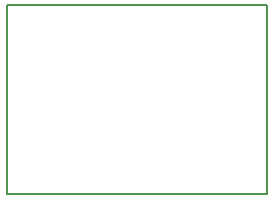
<source format=gm1>
G04 #@! TF.FileFunction,Profile,NP*
%FSLAX46Y46*%
G04 Gerber Fmt 4.6, Leading zero omitted, Abs format (unit mm)*
G04 Created by KiCad (PCBNEW 4.0.6) date 03/19/18 13:01:30*
%MOMM*%
%LPD*%
G01*
G04 APERTURE LIST*
%ADD10C,0.100000*%
%ADD11C,0.150000*%
G04 APERTURE END LIST*
D10*
D11*
X126000000Y-79000000D02*
X126000000Y-63000000D01*
X104000000Y-79000000D02*
X126000000Y-79000000D01*
X104000000Y-63000000D02*
X104000000Y-79000000D01*
X126000000Y-63000000D02*
X104000000Y-63000000D01*
M02*

</source>
